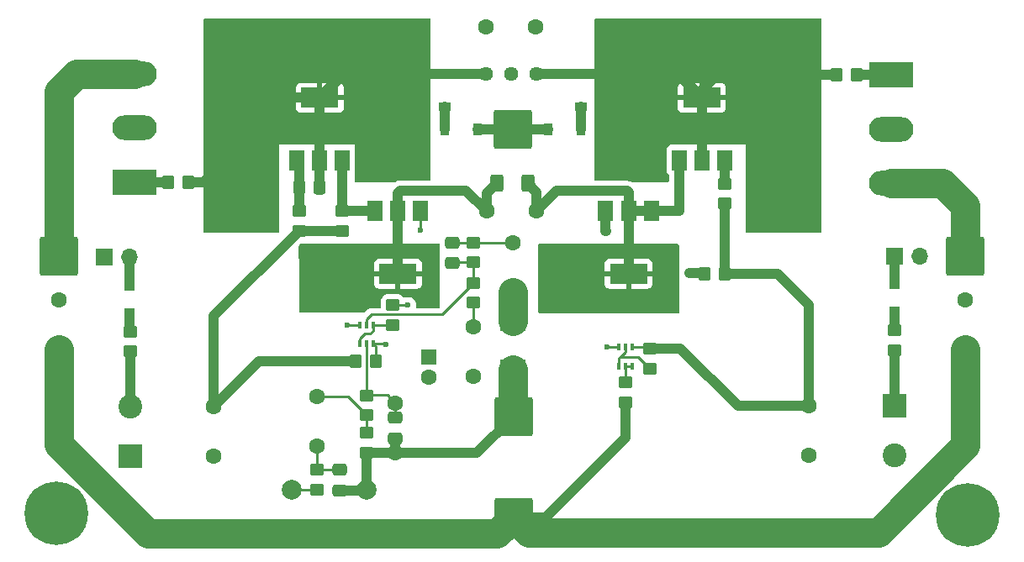
<source format=gbr>
G04 #@! TF.GenerationSoftware,KiCad,Pcbnew,(6.0.2-0)*
G04 #@! TF.CreationDate,2022-02-28T20:29:11+01:00*
G04 #@! TF.ProjectId,amp-mosfet-80w,616d702d-6d6f-4736-9665-742d3830772e,rev?*
G04 #@! TF.SameCoordinates,Original*
G04 #@! TF.FileFunction,Copper,L1,Top*
G04 #@! TF.FilePolarity,Positive*
%FSLAX46Y46*%
G04 Gerber Fmt 4.6, Leading zero omitted, Abs format (unit mm)*
G04 Created by KiCad (PCBNEW (6.0.2-0)) date 2022-02-28 20:29:11*
%MOMM*%
%LPD*%
G01*
G04 APERTURE LIST*
G04 Aperture macros list*
%AMRoundRect*
0 Rectangle with rounded corners*
0 $1 Rounding radius*
0 $2 $3 $4 $5 $6 $7 $8 $9 X,Y pos of 4 corners*
0 Add a 4 corners polygon primitive as box body*
4,1,4,$2,$3,$4,$5,$6,$7,$8,$9,$2,$3,0*
0 Add four circle primitives for the rounded corners*
1,1,$1+$1,$2,$3*
1,1,$1+$1,$4,$5*
1,1,$1+$1,$6,$7*
1,1,$1+$1,$8,$9*
0 Add four rect primitives between the rounded corners*
20,1,$1+$1,$2,$3,$4,$5,0*
20,1,$1+$1,$4,$5,$6,$7,0*
20,1,$1+$1,$6,$7,$8,$9,0*
20,1,$1+$1,$8,$9,$2,$3,0*%
G04 Aperture macros list end*
G04 #@! TA.AperFunction,SMDPad,CuDef*
%ADD10RoundRect,0.249999X0.450001X-0.350001X0.450001X0.350001X-0.450001X0.350001X-0.450001X-0.350001X0*%
G04 #@! TD*
G04 #@! TA.AperFunction,ComponentPad*
%ADD11C,1.600000*%
G04 #@! TD*
G04 #@! TA.AperFunction,ComponentPad*
%ADD12R,1.600000X1.600000*%
G04 #@! TD*
G04 #@! TA.AperFunction,SMDPad,CuDef*
%ADD13RoundRect,0.250000X-0.475000X0.337500X-0.475000X-0.337500X0.475000X-0.337500X0.475000X0.337500X0*%
G04 #@! TD*
G04 #@! TA.AperFunction,SMDPad,CuDef*
%ADD14RoundRect,0.250000X-0.337500X-0.475000X0.337500X-0.475000X0.337500X0.475000X-0.337500X0.475000X0*%
G04 #@! TD*
G04 #@! TA.AperFunction,ComponentPad*
%ADD15R,2.400000X2.400000*%
G04 #@! TD*
G04 #@! TA.AperFunction,ComponentPad*
%ADD16C,2.400000*%
G04 #@! TD*
G04 #@! TA.AperFunction,SMDPad,CuDef*
%ADD17R,1.200000X0.900000*%
G04 #@! TD*
G04 #@! TA.AperFunction,SMDPad,CuDef*
%ADD18R,0.900000X1.200000*%
G04 #@! TD*
G04 #@! TA.AperFunction,SMDPad,CuDef*
%ADD19R,1.100000X1.100000*%
G04 #@! TD*
G04 #@! TA.AperFunction,ComponentPad*
%ADD20C,2.000000*%
G04 #@! TD*
G04 #@! TA.AperFunction,ComponentPad*
%ADD21RoundRect,0.250001X-1.699999X-1.699999X1.699999X-1.699999X1.699999X1.699999X-1.699999X1.699999X0*%
G04 #@! TD*
G04 #@! TA.AperFunction,ComponentPad*
%ADD22R,1.700000X1.700000*%
G04 #@! TD*
G04 #@! TA.AperFunction,ComponentPad*
%ADD23O,1.700000X1.700000*%
G04 #@! TD*
G04 #@! TA.AperFunction,ComponentPad*
%ADD24C,6.400000*%
G04 #@! TD*
G04 #@! TA.AperFunction,ComponentPad*
%ADD25C,0.800000*%
G04 #@! TD*
G04 #@! TA.AperFunction,SMDPad,CuDef*
%ADD26RoundRect,0.249999X-0.450001X0.350001X-0.450001X-0.350001X0.450001X-0.350001X0.450001X0.350001X0*%
G04 #@! TD*
G04 #@! TA.AperFunction,SMDPad,CuDef*
%ADD27RoundRect,0.250000X0.400000X0.625000X-0.400000X0.625000X-0.400000X-0.625000X0.400000X-0.625000X0*%
G04 #@! TD*
G04 #@! TA.AperFunction,SMDPad,CuDef*
%ADD28RoundRect,0.249999X-0.350001X-0.450001X0.350001X-0.450001X0.350001X0.450001X-0.350001X0.450001X0*%
G04 #@! TD*
G04 #@! TA.AperFunction,SMDPad,CuDef*
%ADD29R,2.600000X2.100000*%
G04 #@! TD*
G04 #@! TA.AperFunction,SMDPad,CuDef*
%ADD30RoundRect,0.249999X0.350001X0.450001X-0.350001X0.450001X-0.350001X-0.450001X0.350001X-0.450001X0*%
G04 #@! TD*
G04 #@! TA.AperFunction,SMDPad,CuDef*
%ADD31R,1.500000X2.000000*%
G04 #@! TD*
G04 #@! TA.AperFunction,SMDPad,CuDef*
%ADD32R,3.800000X2.000000*%
G04 #@! TD*
G04 #@! TA.AperFunction,SMDPad,CuDef*
%ADD33R,0.400000X0.650000*%
G04 #@! TD*
G04 #@! TA.AperFunction,ComponentPad*
%ADD34C,1.440000*%
G04 #@! TD*
G04 #@! TA.AperFunction,SMDPad,CuDef*
%ADD35RoundRect,0.250000X-0.450000X0.350000X-0.450000X-0.350000X0.450000X-0.350000X0.450000X0.350000X0*%
G04 #@! TD*
G04 #@! TA.AperFunction,ComponentPad*
%ADD36R,4.500000X2.500000*%
G04 #@! TD*
G04 #@! TA.AperFunction,ComponentPad*
%ADD37O,4.500000X2.500000*%
G04 #@! TD*
G04 #@! TA.AperFunction,ViaPad*
%ADD38C,0.800000*%
G04 #@! TD*
G04 #@! TA.AperFunction,ViaPad*
%ADD39C,0.600000*%
G04 #@! TD*
G04 #@! TA.AperFunction,ViaPad*
%ADD40C,1.000000*%
G04 #@! TD*
G04 #@! TA.AperFunction,Conductor*
%ADD41C,0.250000*%
G04 #@! TD*
G04 #@! TA.AperFunction,Conductor*
%ADD42C,1.000000*%
G04 #@! TD*
G04 #@! TA.AperFunction,Conductor*
%ADD43C,3.000000*%
G04 #@! TD*
G04 APERTURE END LIST*
D10*
X180721000Y-64373000D03*
X180721000Y-62373000D03*
D11*
X139700000Y-83850000D03*
X139700000Y-88850000D03*
X147571000Y-84500500D03*
X147571000Y-89500500D03*
X161798000Y-65151000D03*
X156798000Y-65151000D03*
D12*
X150939500Y-79883000D03*
D11*
X150939500Y-81883000D03*
D13*
X153289000Y-68326000D03*
X153289000Y-70401000D03*
D11*
X155448000Y-76835000D03*
X155448000Y-81835000D03*
D14*
X137879000Y-62738000D03*
X139954000Y-62738000D03*
D11*
X189230000Y-84789000D03*
X189230000Y-89789000D03*
D15*
X197866000Y-84772500D03*
D16*
X197866000Y-89772500D03*
D11*
X159385000Y-68326000D03*
X159385000Y-73326000D03*
D17*
X166243000Y-54608000D03*
X166243000Y-51308000D03*
D18*
X166242000Y-56896000D03*
X162942000Y-56896000D03*
X152528000Y-56896000D03*
X155828000Y-56896000D03*
D17*
X152527000Y-54608000D03*
X152527000Y-51308000D03*
D19*
X197850000Y-75300000D03*
X197850000Y-72500000D03*
D20*
X137093500Y-93200000D03*
X144650000Y-93200000D03*
D21*
X204978000Y-69723000D03*
X159385000Y-56896000D03*
X159448500Y-85852000D03*
X159448500Y-96012000D03*
D22*
X197860000Y-69700000D03*
D23*
X200400000Y-69700000D03*
D24*
X113411000Y-95631000D03*
D25*
X113411000Y-93231000D03*
X113411000Y-98031000D03*
X111713944Y-93933944D03*
X111011000Y-95631000D03*
X115108056Y-93933944D03*
X111713944Y-97328056D03*
X115108056Y-97328056D03*
X115811000Y-95631000D03*
X203534944Y-94060944D03*
X206929056Y-97455056D03*
D24*
X205232000Y-95758000D03*
D25*
X202832000Y-95758000D03*
X205232000Y-98158000D03*
X203534944Y-97455056D03*
X206929056Y-94060944D03*
X205232000Y-93358000D03*
X207632000Y-95758000D03*
D26*
X144650000Y-87503000D03*
X144650000Y-89503000D03*
X144650000Y-83725000D03*
X144650000Y-85725000D03*
X170751500Y-82391500D03*
X170751500Y-84391500D03*
X173228000Y-79010000D03*
X173228000Y-81010000D03*
X147320000Y-74628500D03*
X147320000Y-76628500D03*
D27*
X160909000Y-62357000D03*
X157809000Y-62357000D03*
D26*
X155448000Y-72390000D03*
X155448000Y-74390000D03*
X155448000Y-68326000D03*
X155448000Y-70326000D03*
X142240000Y-65151000D03*
X142240000Y-67151000D03*
D28*
X124714000Y-62230000D03*
X126714000Y-62230000D03*
D10*
X197850000Y-79150000D03*
X197850000Y-77150000D03*
D29*
X159385000Y-76200000D03*
X159385000Y-81100000D03*
D30*
X194024000Y-51435000D03*
X192024000Y-51435000D03*
D11*
X204978000Y-74104500D03*
X204978000Y-79104500D03*
D26*
X120850000Y-77300000D03*
X120850000Y-79300000D03*
D11*
X129286000Y-89836000D03*
X129286000Y-84836000D03*
D15*
X120904000Y-89836000D03*
D16*
X120904000Y-84836000D03*
D30*
X145605500Y-80264000D03*
X143605500Y-80264000D03*
D26*
X137858500Y-65151000D03*
X137858500Y-67151000D03*
D31*
X150128000Y-65151000D03*
D32*
X147828000Y-71451000D03*
D31*
X147828000Y-65151000D03*
X145528000Y-65151000D03*
X173355000Y-65151000D03*
X171055000Y-65151000D03*
D32*
X171055000Y-71451000D03*
D31*
X168755000Y-65151000D03*
X176135000Y-60021000D03*
D32*
X178435000Y-53721000D03*
D31*
X178435000Y-60021000D03*
X180735000Y-60021000D03*
X137654000Y-60021000D03*
D32*
X139954000Y-53721000D03*
D31*
X139954000Y-60021000D03*
X142254000Y-60021000D03*
D33*
X144005500Y-78532000D03*
X144655500Y-78532000D03*
X145305500Y-78532000D03*
X145305500Y-76632000D03*
X144655500Y-76632000D03*
X144005500Y-76632000D03*
X170101500Y-80769500D03*
X170751500Y-80769500D03*
X171401500Y-80769500D03*
X171401500Y-78869500D03*
X170751500Y-78869500D03*
X170101500Y-78869500D03*
D21*
X113665000Y-69723000D03*
D22*
X118250000Y-69750000D03*
D23*
X120790000Y-69750000D03*
D11*
X113665000Y-79104500D03*
X113665000Y-74104500D03*
D19*
X120800000Y-72650000D03*
X120800000Y-75450000D03*
D11*
X156718000Y-46609000D03*
X161718000Y-46609000D03*
D34*
X161798000Y-51308000D03*
X159258000Y-51308000D03*
X156718000Y-51308000D03*
D30*
X180721000Y-71437500D03*
X178721000Y-71437500D03*
D13*
X147553500Y-85979000D03*
X147553500Y-88054000D03*
X142000000Y-91212500D03*
X142000000Y-93287500D03*
D35*
X139700000Y-91200000D03*
X139700000Y-93200000D03*
D36*
X121285000Y-62230000D03*
D37*
X121285000Y-56780000D03*
X121285000Y-51330000D03*
D36*
X197485000Y-51435000D03*
D37*
X197485000Y-56885000D03*
X197485000Y-62335000D03*
D38*
X137858500Y-64008000D03*
D39*
X142748000Y-76644500D03*
X146621500Y-78549500D03*
X150114000Y-67056000D03*
X168846500Y-78867000D03*
X148844000Y-74612500D03*
D40*
X168783000Y-67183000D03*
X177165000Y-71374000D03*
D41*
X139700000Y-91200000D02*
X139700000Y-88850000D01*
X142000000Y-91212500D02*
X139712500Y-91212500D01*
X142775000Y-83850000D02*
X139700000Y-83850000D01*
X144650000Y-85725000D02*
X142775000Y-83850000D01*
X144650000Y-87503000D02*
X144650000Y-85725000D01*
D42*
X147571000Y-89500500D02*
X147571000Y-88071500D01*
D43*
X196201998Y-97536000D02*
X160972500Y-97536000D01*
D42*
X144650000Y-93200000D02*
X144650000Y-89503000D01*
X162687000Y-96012000D02*
X170751500Y-87947500D01*
D43*
X122695002Y-97663000D02*
X157797500Y-97663000D01*
X113665000Y-79104500D02*
X113665000Y-88632998D01*
D42*
X159448500Y-96012000D02*
X162687000Y-96012000D01*
X142000000Y-93287500D02*
X144562500Y-93287500D01*
D43*
X160972500Y-97536000D02*
X159448500Y-96012000D01*
D42*
X155800000Y-89500500D02*
X159448500Y-85852000D01*
X170751500Y-87947500D02*
X170751500Y-84391500D01*
X147571000Y-89500500D02*
X155800000Y-89500500D01*
D43*
X159385000Y-81100000D02*
X159385000Y-85788500D01*
X204978000Y-88759998D02*
X196201998Y-97536000D01*
D42*
X144650000Y-89503000D02*
X147568500Y-89503000D01*
D43*
X113665000Y-88632998D02*
X122695002Y-97663000D01*
X204978000Y-79104500D02*
X204978000Y-88759998D01*
X157797500Y-97663000D02*
X159448500Y-96012000D01*
D41*
X144650000Y-80145000D02*
X144655500Y-80139500D01*
X146763500Y-83693000D02*
X144682000Y-83693000D01*
X147553500Y-85979000D02*
X147553500Y-84518000D01*
X144650000Y-83725000D02*
X144650000Y-80145000D01*
X147571000Y-84500500D02*
X146763500Y-83693000D01*
X144655500Y-78532000D02*
X144655500Y-80139500D01*
D42*
X163830000Y-63119000D02*
X170942000Y-63119000D01*
X171055000Y-63232000D02*
X171055000Y-65151000D01*
X176149000Y-65151000D02*
X176135000Y-65137000D01*
X170942000Y-63119000D02*
X171055000Y-63232000D01*
X176135000Y-65137000D02*
X176135000Y-60021000D01*
X161798000Y-65151000D02*
X161798000Y-63246000D01*
X161798000Y-63246000D02*
X160909000Y-62357000D01*
X171055000Y-71451000D02*
X171055000Y-65151000D01*
X171055000Y-65151000D02*
X173355000Y-65151000D01*
X173355000Y-65151000D02*
X176149000Y-65151000D01*
X161798000Y-65151000D02*
X163830000Y-63119000D01*
X156798000Y-65151000D02*
X156798000Y-63368000D01*
X148082000Y-63055500D02*
X147828000Y-63309500D01*
X147828000Y-63309500D02*
X147828000Y-65151000D01*
X154702500Y-63055500D02*
X148082000Y-63055500D01*
X147828000Y-65151000D02*
X147828000Y-71451000D01*
X156798000Y-63368000D02*
X157809000Y-62357000D01*
X156798000Y-65151000D02*
X154702500Y-63055500D01*
D41*
X155448000Y-76835000D02*
X155448000Y-74390000D01*
X155448000Y-72390000D02*
X155448000Y-70326000D01*
X144655500Y-76632000D02*
X144655500Y-76057000D01*
X152284490Y-75553510D02*
X155448000Y-72390000D01*
X145158990Y-75553510D02*
X152284490Y-75553510D01*
X155448000Y-70326000D02*
X153364000Y-70326000D01*
X144655500Y-76057000D02*
X145158990Y-75553510D01*
D42*
X162942000Y-56896000D02*
X159385000Y-56896000D01*
X155828000Y-56896000D02*
X159385000Y-56896000D01*
D41*
X159385000Y-68326000D02*
X155448000Y-68326000D01*
X155448000Y-68326000D02*
X153289000Y-68326000D01*
D42*
X178435000Y-60021000D02*
X178435000Y-53721000D01*
X178435000Y-52959000D02*
X178435000Y-53721000D01*
X179959000Y-51435000D02*
X178435000Y-52959000D01*
X166243000Y-51308000D02*
X176022000Y-51308000D01*
X192024000Y-51435000D02*
X179959000Y-51435000D01*
X166243000Y-51308000D02*
X161798000Y-51308000D01*
X176022000Y-51308000D02*
X178435000Y-53721000D01*
X128270000Y-62230000D02*
X126714000Y-62230000D01*
X139954000Y-60021000D02*
X139954000Y-53721000D01*
X139954000Y-62738000D02*
X139954000Y-60021000D01*
X156718000Y-51308000D02*
X152527000Y-51308000D01*
X136779000Y-53721000D02*
X128270000Y-62230000D01*
X152527000Y-51308000D02*
X142367000Y-51308000D01*
X142367000Y-51308000D02*
X139954000Y-53721000D01*
X139954000Y-53721000D02*
X136779000Y-53721000D01*
X137858500Y-64008000D02*
X137858500Y-62758500D01*
D41*
X144005500Y-76632000D02*
X142760500Y-76632000D01*
D42*
X137858500Y-65151000D02*
X137858500Y-64008000D01*
X137879000Y-62738000D02*
X137879000Y-60246000D01*
D41*
X142760500Y-76632000D02*
X142748000Y-76644500D01*
X171401500Y-78869500D02*
X173087500Y-78869500D01*
D42*
X197850000Y-79150000D02*
X197850000Y-84756500D01*
X189230000Y-74612500D02*
X186055000Y-71437500D01*
X186055000Y-71437500D02*
X180721000Y-71437500D01*
X182071000Y-84789000D02*
X176276000Y-78994000D01*
X189230000Y-84789000D02*
X189230000Y-74612500D01*
X189230000Y-84789000D02*
X182071000Y-84789000D01*
X176276000Y-78994000D02*
X173244000Y-78994000D01*
X180721000Y-71437500D02*
X180721000Y-64373000D01*
X129286000Y-84836000D02*
X129286000Y-75723500D01*
X133858000Y-80264000D02*
X129286000Y-84836000D01*
X137858500Y-67151000D02*
X142240000Y-67151000D01*
X129286000Y-75723500D02*
X137858500Y-67151000D01*
X143605500Y-80264000D02*
X133858000Y-80264000D01*
X120850000Y-79300000D02*
X120850000Y-84782000D01*
D43*
X159385000Y-73326000D02*
X159385000Y-76200000D01*
D41*
X137093500Y-93200000D02*
X139700000Y-93200000D01*
D42*
X166243000Y-56895000D02*
X166242000Y-56896000D01*
X166243000Y-54608000D02*
X166243000Y-56895000D01*
X152528000Y-56896000D02*
X152528000Y-54609000D01*
X152528000Y-54609000D02*
X152527000Y-54608000D01*
X197860000Y-69700000D02*
X197860000Y-72490000D01*
X197850000Y-75300000D02*
X197850000Y-77150000D01*
X120800000Y-75450000D02*
X120800000Y-77250000D01*
X120790000Y-69750000D02*
X120790000Y-72640000D01*
D41*
X145305500Y-78532000D02*
X146604000Y-78532000D01*
X145605500Y-80264000D02*
X145605500Y-78832000D01*
X145605500Y-78832000D02*
X145305500Y-78532000D01*
X146604000Y-78532000D02*
X146621500Y-78549500D01*
X150114000Y-67056000D02*
X150114000Y-65165000D01*
D42*
X121285000Y-62230000D02*
X124714000Y-62230000D01*
D43*
X204978000Y-64643000D02*
X202670000Y-62335000D01*
X204978000Y-69723000D02*
X204978000Y-64643000D01*
X202670000Y-62335000D02*
X197485000Y-62335000D01*
X113665000Y-69723000D02*
X113665000Y-53086000D01*
X113665000Y-53086000D02*
X115443000Y-51308000D01*
X115465000Y-51330000D02*
X121285000Y-51330000D01*
X115443000Y-51308000D02*
X115465000Y-51330000D01*
D41*
X145305500Y-77207000D02*
X145042500Y-77470000D01*
X145305500Y-76632000D02*
X145305500Y-77207000D01*
X145305500Y-76632000D02*
X147316500Y-76632000D01*
X144005500Y-77957000D02*
X144005500Y-78532000D01*
X144492500Y-77470000D02*
X144005500Y-77957000D01*
X145042500Y-77470000D02*
X144492500Y-77470000D01*
X147320000Y-74628500D02*
X148828000Y-74628500D01*
X170101500Y-78869500D02*
X168849000Y-78869500D01*
X148828000Y-74628500D02*
X148844000Y-74612500D01*
X168849000Y-78869500D02*
X168846500Y-78867000D01*
D42*
X145528000Y-65151000D02*
X142240000Y-65151000D01*
X142240000Y-65151000D02*
X142240000Y-60035000D01*
X177165000Y-71374000D02*
X178657500Y-71374000D01*
X168755000Y-67155000D02*
X168783000Y-67183000D01*
X168755000Y-65151000D02*
X168755000Y-67155000D01*
X180721000Y-62373000D02*
X180721000Y-60035000D01*
D41*
X170751500Y-82391500D02*
X170751500Y-80769500D01*
X170751500Y-80769500D02*
X171401500Y-80769500D01*
X173228000Y-81010000D02*
X172046501Y-79828501D01*
X170751500Y-79329502D02*
X170751500Y-78869500D01*
X172046501Y-79828501D02*
X170252501Y-79828501D01*
X170101500Y-80769500D02*
X170101500Y-79979502D01*
X170101500Y-79979502D02*
X170252501Y-79828501D01*
X170252501Y-79828501D02*
X170751500Y-79329502D01*
D42*
X197485000Y-51435000D02*
X194024000Y-51435000D01*
G04 #@! TA.AperFunction,Conductor*
G36*
X151961822Y-68409502D02*
G01*
X152008315Y-68463158D01*
X152019699Y-68514796D01*
X152032012Y-70722373D01*
X152054719Y-74793307D01*
X152035097Y-74861538D01*
X151981702Y-74908330D01*
X151928721Y-74920010D01*
X149762221Y-74920010D01*
X149694100Y-74900008D01*
X149647607Y-74846352D01*
X149637447Y-74776475D01*
X149656748Y-74639142D01*
X149656749Y-74639132D01*
X149657299Y-74635217D01*
X149657616Y-74612500D01*
X149637397Y-74432245D01*
X149577745Y-74260948D01*
X149555221Y-74224901D01*
X149485359Y-74113098D01*
X149481626Y-74107124D01*
X149476664Y-74102127D01*
X149358778Y-73983415D01*
X149358774Y-73983412D01*
X149353815Y-73978418D01*
X149200666Y-73881227D01*
X149162776Y-73867735D01*
X149036425Y-73822743D01*
X149036420Y-73822742D01*
X149029790Y-73820381D01*
X149022802Y-73819548D01*
X149022799Y-73819547D01*
X148893682Y-73804151D01*
X148849680Y-73798904D01*
X148842677Y-73799640D01*
X148842676Y-73799640D01*
X148676288Y-73817128D01*
X148676286Y-73817129D01*
X148669288Y-73817864D01*
X148522791Y-73867735D01*
X148451861Y-73870753D01*
X148390557Y-73834943D01*
X148375042Y-73814757D01*
X148372331Y-73810376D01*
X148368479Y-73804151D01*
X148243303Y-73679194D01*
X148092739Y-73586385D01*
X147932264Y-73533158D01*
X147931390Y-73532868D01*
X147931388Y-73532868D01*
X147924862Y-73530703D01*
X147918026Y-73530003D01*
X147918023Y-73530002D01*
X147874970Y-73525591D01*
X147820401Y-73520000D01*
X147323859Y-73520000D01*
X146819600Y-73520001D01*
X146713833Y-73530974D01*
X146707286Y-73533158D01*
X146707287Y-73533158D01*
X146552998Y-73584633D01*
X146552996Y-73584634D01*
X146546054Y-73586950D01*
X146395651Y-73680021D01*
X146270694Y-73805197D01*
X146177885Y-73955761D01*
X146122203Y-74123638D01*
X146111500Y-74228099D01*
X146111500Y-74231316D01*
X146111501Y-74794010D01*
X146091499Y-74862131D01*
X146037843Y-74908624D01*
X145985501Y-74920010D01*
X145237753Y-74920010D01*
X145226569Y-74919483D01*
X145219081Y-74917809D01*
X145211158Y-74918058D01*
X145151023Y-74919948D01*
X145147065Y-74920010D01*
X145119134Y-74920010D01*
X145115219Y-74920505D01*
X145115215Y-74920505D01*
X145115157Y-74920513D01*
X145115128Y-74920516D01*
X145103286Y-74921449D01*
X145059100Y-74922837D01*
X145041734Y-74927882D01*
X145039648Y-74928488D01*
X145020296Y-74932496D01*
X145008058Y-74934042D01*
X145008056Y-74934043D01*
X145000193Y-74935036D01*
X144959076Y-74951316D01*
X144947875Y-74955151D01*
X144905396Y-74967492D01*
X144898577Y-74971525D01*
X144898572Y-74971527D01*
X144887961Y-74977803D01*
X144870211Y-74986500D01*
X144851373Y-74993958D01*
X144844957Y-74998619D01*
X144844956Y-74998620D01*
X144815615Y-75019938D01*
X144805691Y-75026457D01*
X144774450Y-75044932D01*
X144774445Y-75044936D01*
X144767627Y-75048968D01*
X144753303Y-75063292D01*
X144738271Y-75076131D01*
X144721883Y-75088038D01*
X144693702Y-75122103D01*
X144685712Y-75130883D01*
X144479000Y-75337595D01*
X144416688Y-75371621D01*
X144389905Y-75374500D01*
X138003280Y-75374500D01*
X137935159Y-75354498D01*
X137888666Y-75300842D01*
X137877282Y-75249203D01*
X137876245Y-75063292D01*
X137861924Y-72495669D01*
X145420001Y-72495669D01*
X145420371Y-72502490D01*
X145425895Y-72553352D01*
X145429521Y-72568604D01*
X145474676Y-72689054D01*
X145483214Y-72704649D01*
X145559715Y-72806724D01*
X145572276Y-72819285D01*
X145674351Y-72895786D01*
X145689946Y-72904324D01*
X145810394Y-72949478D01*
X145825649Y-72953105D01*
X145876514Y-72958631D01*
X145883328Y-72959000D01*
X147555885Y-72959000D01*
X147571124Y-72954525D01*
X147572329Y-72953135D01*
X147574000Y-72945452D01*
X147574000Y-72940884D01*
X148082000Y-72940884D01*
X148086475Y-72956123D01*
X148087865Y-72957328D01*
X148095548Y-72958999D01*
X149772669Y-72958999D01*
X149779490Y-72958629D01*
X149830352Y-72953105D01*
X149845604Y-72949479D01*
X149966054Y-72904324D01*
X149981649Y-72895786D01*
X150083724Y-72819285D01*
X150096285Y-72806724D01*
X150172786Y-72704649D01*
X150181324Y-72689054D01*
X150226478Y-72568606D01*
X150230105Y-72553351D01*
X150235631Y-72502486D01*
X150236000Y-72495672D01*
X150236000Y-71723115D01*
X150231525Y-71707876D01*
X150230135Y-71706671D01*
X150222452Y-71705000D01*
X148100115Y-71705000D01*
X148084876Y-71709475D01*
X148083671Y-71710865D01*
X148082000Y-71718548D01*
X148082000Y-72940884D01*
X147574000Y-72940884D01*
X147574000Y-71723115D01*
X147569525Y-71707876D01*
X147568135Y-71706671D01*
X147560452Y-71705000D01*
X145438116Y-71705000D01*
X145422877Y-71709475D01*
X145421672Y-71710865D01*
X145420001Y-71718548D01*
X145420001Y-72495669D01*
X137861924Y-72495669D01*
X137854579Y-71178885D01*
X145420000Y-71178885D01*
X145424475Y-71194124D01*
X145425865Y-71195329D01*
X145433548Y-71197000D01*
X147555885Y-71197000D01*
X147571124Y-71192525D01*
X147572329Y-71191135D01*
X147574000Y-71183452D01*
X147574000Y-71178885D01*
X148082000Y-71178885D01*
X148086475Y-71194124D01*
X148087865Y-71195329D01*
X148095548Y-71197000D01*
X150217884Y-71197000D01*
X150233123Y-71192525D01*
X150234328Y-71191135D01*
X150235999Y-71183452D01*
X150235999Y-70406331D01*
X150235629Y-70399510D01*
X150230105Y-70348648D01*
X150226479Y-70333396D01*
X150181324Y-70212946D01*
X150172786Y-70197351D01*
X150096285Y-70095276D01*
X150083724Y-70082715D01*
X149981649Y-70006214D01*
X149966054Y-69997676D01*
X149845606Y-69952522D01*
X149830351Y-69948895D01*
X149779486Y-69943369D01*
X149772672Y-69943000D01*
X148100115Y-69943000D01*
X148084876Y-69947475D01*
X148083671Y-69948865D01*
X148082000Y-69956548D01*
X148082000Y-71178885D01*
X147574000Y-71178885D01*
X147574000Y-69961116D01*
X147569525Y-69945877D01*
X147568135Y-69944672D01*
X147560452Y-69943001D01*
X145883331Y-69943001D01*
X145876510Y-69943371D01*
X145825648Y-69948895D01*
X145810396Y-69952521D01*
X145689946Y-69997676D01*
X145674351Y-70006214D01*
X145572276Y-70082715D01*
X145559715Y-70095276D01*
X145483214Y-70197351D01*
X145474676Y-70212946D01*
X145429522Y-70333394D01*
X145425895Y-70348649D01*
X145420369Y-70399514D01*
X145420000Y-70406328D01*
X145420000Y-71178885D01*
X137854579Y-71178885D01*
X137840463Y-68648164D01*
X137860084Y-68579936D01*
X137877365Y-68558369D01*
X138009329Y-68426405D01*
X138071641Y-68392379D01*
X138098424Y-68389500D01*
X151893701Y-68389500D01*
X151961822Y-68409502D01*
G37*
G04 #@! TD.AperFunction*
G04 #@! TA.AperFunction,Conductor*
G36*
X190442121Y-45740002D02*
G01*
X190488614Y-45793658D01*
X190500000Y-45846000D01*
X190500000Y-67184000D01*
X190479998Y-67252121D01*
X190426342Y-67298614D01*
X190374000Y-67310000D01*
X183006000Y-67310000D01*
X182937879Y-67289998D01*
X182891386Y-67236342D01*
X182880000Y-67184000D01*
X182880000Y-58420000D01*
X175260000Y-58420000D01*
X175260000Y-58437432D01*
X175239998Y-58505553D01*
X175186342Y-58552046D01*
X175178240Y-58555410D01*
X175138295Y-58570385D01*
X175131116Y-58575765D01*
X175131113Y-58575767D01*
X175045433Y-58639981D01*
X175021739Y-58657739D01*
X174934385Y-58774295D01*
X174883255Y-58910684D01*
X174876500Y-58972866D01*
X174876500Y-61069134D01*
X174883255Y-61131316D01*
X174934385Y-61267705D01*
X175021739Y-61384261D01*
X175028919Y-61389642D01*
X175076065Y-61424976D01*
X175118580Y-61481835D01*
X175126500Y-61525802D01*
X175126500Y-62104000D01*
X175106498Y-62172121D01*
X175052842Y-62218614D01*
X175000500Y-62230000D01*
X171450751Y-62230000D01*
X171390051Y-62214415D01*
X171346619Y-62190538D01*
X171346611Y-62190535D01*
X171341213Y-62187567D01*
X171336131Y-62185955D01*
X171331437Y-62183438D01*
X171242469Y-62156238D01*
X171241441Y-62155918D01*
X171152694Y-62127765D01*
X171147398Y-62127171D01*
X171142302Y-62125613D01*
X171049743Y-62116210D01*
X171048607Y-62116089D01*
X171014992Y-62112319D01*
X171002270Y-62110892D01*
X171002266Y-62110892D01*
X170998773Y-62110500D01*
X170995246Y-62110500D01*
X170994261Y-62110445D01*
X170988581Y-62109998D01*
X170959175Y-62107011D01*
X170951663Y-62106248D01*
X170951661Y-62106248D01*
X170945538Y-62105626D01*
X170903259Y-62109623D01*
X170899891Y-62109941D01*
X170888033Y-62110500D01*
X167766000Y-62110500D01*
X167697879Y-62090498D01*
X167651386Y-62036842D01*
X167640000Y-61984500D01*
X167640000Y-54765669D01*
X176027001Y-54765669D01*
X176027371Y-54772490D01*
X176032895Y-54823352D01*
X176036521Y-54838604D01*
X176081676Y-54959054D01*
X176090214Y-54974649D01*
X176166715Y-55076724D01*
X176179276Y-55089285D01*
X176281351Y-55165786D01*
X176296946Y-55174324D01*
X176417394Y-55219478D01*
X176432649Y-55223105D01*
X176483514Y-55228631D01*
X176490328Y-55229000D01*
X178162885Y-55229000D01*
X178178124Y-55224525D01*
X178179329Y-55223135D01*
X178181000Y-55215452D01*
X178181000Y-55210884D01*
X178689000Y-55210884D01*
X178693475Y-55226123D01*
X178694865Y-55227328D01*
X178702548Y-55228999D01*
X180379669Y-55228999D01*
X180386490Y-55228629D01*
X180437352Y-55223105D01*
X180452604Y-55219479D01*
X180573054Y-55174324D01*
X180588649Y-55165786D01*
X180690724Y-55089285D01*
X180703285Y-55076724D01*
X180779786Y-54974649D01*
X180788324Y-54959054D01*
X180833478Y-54838606D01*
X180837105Y-54823351D01*
X180842631Y-54772486D01*
X180843000Y-54765672D01*
X180843000Y-53993115D01*
X180838525Y-53977876D01*
X180837135Y-53976671D01*
X180829452Y-53975000D01*
X178707115Y-53975000D01*
X178691876Y-53979475D01*
X178690671Y-53980865D01*
X178689000Y-53988548D01*
X178689000Y-55210884D01*
X178181000Y-55210884D01*
X178181000Y-53993115D01*
X178176525Y-53977876D01*
X178175135Y-53976671D01*
X178167452Y-53975000D01*
X176045116Y-53975000D01*
X176029877Y-53979475D01*
X176028672Y-53980865D01*
X176027001Y-53988548D01*
X176027001Y-54765669D01*
X167640000Y-54765669D01*
X167640000Y-53448885D01*
X176027000Y-53448885D01*
X176031475Y-53464124D01*
X176032865Y-53465329D01*
X176040548Y-53467000D01*
X178162885Y-53467000D01*
X178178124Y-53462525D01*
X178179329Y-53461135D01*
X178181000Y-53453452D01*
X178181000Y-53448885D01*
X178689000Y-53448885D01*
X178693475Y-53464124D01*
X178694865Y-53465329D01*
X178702548Y-53467000D01*
X180824884Y-53467000D01*
X180840123Y-53462525D01*
X180841328Y-53461135D01*
X180842999Y-53453452D01*
X180842999Y-52676331D01*
X180842629Y-52669510D01*
X180837105Y-52618648D01*
X180833479Y-52603396D01*
X180788324Y-52482946D01*
X180779786Y-52467351D01*
X180703285Y-52365276D01*
X180690724Y-52352715D01*
X180588649Y-52276214D01*
X180573054Y-52267676D01*
X180452606Y-52222522D01*
X180437351Y-52218895D01*
X180386486Y-52213369D01*
X180379672Y-52213000D01*
X178707115Y-52213000D01*
X178691876Y-52217475D01*
X178690671Y-52218865D01*
X178689000Y-52226548D01*
X178689000Y-53448885D01*
X178181000Y-53448885D01*
X178181000Y-52231116D01*
X178176525Y-52215877D01*
X178175135Y-52214672D01*
X178167452Y-52213001D01*
X176490331Y-52213001D01*
X176483510Y-52213371D01*
X176432648Y-52218895D01*
X176417396Y-52222521D01*
X176296946Y-52267676D01*
X176281351Y-52276214D01*
X176179276Y-52352715D01*
X176166715Y-52365276D01*
X176090214Y-52467351D01*
X176081676Y-52482946D01*
X176036522Y-52603394D01*
X176032895Y-52618649D01*
X176027369Y-52669514D01*
X176027000Y-52676328D01*
X176027000Y-53448885D01*
X167640000Y-53448885D01*
X167640000Y-45846000D01*
X167660002Y-45777879D01*
X167713658Y-45731386D01*
X167766000Y-45720000D01*
X190374000Y-45720000D01*
X190442121Y-45740002D01*
G37*
G04 #@! TD.AperFunction*
G04 #@! TA.AperFunction,Conductor*
G36*
X176066320Y-68473002D02*
G01*
X176112813Y-68526658D01*
X176124197Y-68578296D01*
X176134072Y-70348648D01*
X176161752Y-75311297D01*
X176142130Y-75379528D01*
X176088735Y-75426320D01*
X176035754Y-75438000D01*
X162107778Y-75438000D01*
X162039657Y-75417998D01*
X161993164Y-75364342D01*
X161981780Y-75312703D01*
X161966068Y-72495669D01*
X168647001Y-72495669D01*
X168647371Y-72502490D01*
X168652895Y-72553352D01*
X168656521Y-72568604D01*
X168701676Y-72689054D01*
X168710214Y-72704649D01*
X168786715Y-72806724D01*
X168799276Y-72819285D01*
X168901351Y-72895786D01*
X168916946Y-72904324D01*
X169037394Y-72949478D01*
X169052649Y-72953105D01*
X169103514Y-72958631D01*
X169110328Y-72959000D01*
X170782885Y-72959000D01*
X170798124Y-72954525D01*
X170799329Y-72953135D01*
X170801000Y-72945452D01*
X170801000Y-72940884D01*
X171309000Y-72940884D01*
X171313475Y-72956123D01*
X171314865Y-72957328D01*
X171322548Y-72958999D01*
X172999669Y-72958999D01*
X173006490Y-72958629D01*
X173057352Y-72953105D01*
X173072604Y-72949479D01*
X173193054Y-72904324D01*
X173208649Y-72895786D01*
X173310724Y-72819285D01*
X173323285Y-72806724D01*
X173399786Y-72704649D01*
X173408324Y-72689054D01*
X173453478Y-72568606D01*
X173457105Y-72553351D01*
X173462631Y-72502486D01*
X173463000Y-72495672D01*
X173463000Y-71723115D01*
X173458525Y-71707876D01*
X173457135Y-71706671D01*
X173449452Y-71705000D01*
X171327115Y-71705000D01*
X171311876Y-71709475D01*
X171310671Y-71710865D01*
X171309000Y-71718548D01*
X171309000Y-72940884D01*
X170801000Y-72940884D01*
X170801000Y-71723115D01*
X170796525Y-71707876D01*
X170795135Y-71706671D01*
X170787452Y-71705000D01*
X168665116Y-71705000D01*
X168649877Y-71709475D01*
X168648672Y-71710865D01*
X168647001Y-71718548D01*
X168647001Y-72495669D01*
X161966068Y-72495669D01*
X161958723Y-71178885D01*
X168647000Y-71178885D01*
X168651475Y-71194124D01*
X168652865Y-71195329D01*
X168660548Y-71197000D01*
X170782885Y-71197000D01*
X170798124Y-71192525D01*
X170799329Y-71191135D01*
X170801000Y-71183452D01*
X170801000Y-71178885D01*
X171309000Y-71178885D01*
X171313475Y-71194124D01*
X171314865Y-71195329D01*
X171322548Y-71197000D01*
X173444884Y-71197000D01*
X173460123Y-71192525D01*
X173461328Y-71191135D01*
X173462999Y-71183452D01*
X173462999Y-70406331D01*
X173462629Y-70399510D01*
X173457105Y-70348648D01*
X173453479Y-70333396D01*
X173408324Y-70212946D01*
X173399786Y-70197351D01*
X173323285Y-70095276D01*
X173310724Y-70082715D01*
X173208649Y-70006214D01*
X173193054Y-69997676D01*
X173072606Y-69952522D01*
X173057351Y-69948895D01*
X173006486Y-69943369D01*
X172999672Y-69943000D01*
X171327115Y-69943000D01*
X171311876Y-69947475D01*
X171310671Y-69948865D01*
X171309000Y-69956548D01*
X171309000Y-71178885D01*
X170801000Y-71178885D01*
X170801000Y-69961116D01*
X170796525Y-69945877D01*
X170795135Y-69944672D01*
X170787452Y-69943001D01*
X169110331Y-69943001D01*
X169103510Y-69943371D01*
X169052648Y-69948895D01*
X169037396Y-69952521D01*
X168916946Y-69997676D01*
X168901351Y-70006214D01*
X168799276Y-70082715D01*
X168786715Y-70095276D01*
X168710214Y-70197351D01*
X168701676Y-70212946D01*
X168656522Y-70333394D01*
X168652895Y-70348649D01*
X168647369Y-70399514D01*
X168647000Y-70406328D01*
X168647000Y-71178885D01*
X161958723Y-71178885D01*
X161944225Y-68579703D01*
X161963847Y-68511472D01*
X162017242Y-68464680D01*
X162070223Y-68453000D01*
X175998199Y-68453000D01*
X176066320Y-68473002D01*
G37*
G04 #@! TD.AperFunction*
G04 #@! TA.AperFunction,Conductor*
G36*
X151072121Y-45740002D02*
G01*
X151118614Y-45793658D01*
X151130000Y-45846000D01*
X151130000Y-61921000D01*
X151109998Y-61989121D01*
X151056342Y-62035614D01*
X151004000Y-62047000D01*
X148143842Y-62047000D01*
X148130235Y-62046263D01*
X148098737Y-62042841D01*
X148098732Y-62042841D01*
X148092611Y-62042176D01*
X148074611Y-62043751D01*
X148042609Y-62046550D01*
X148037784Y-62046879D01*
X148035313Y-62047000D01*
X148032231Y-62047000D01*
X148009763Y-62049203D01*
X147989489Y-62051191D01*
X147988174Y-62051313D01*
X147955913Y-62054136D01*
X147895587Y-62059413D01*
X147890468Y-62060900D01*
X147885167Y-62061420D01*
X147796194Y-62088282D01*
X147795054Y-62088620D01*
X147705663Y-62114591D01*
X147700929Y-62117045D01*
X147695831Y-62118584D01*
X147690387Y-62121478D01*
X147690386Y-62121479D01*
X147613831Y-62162184D01*
X147612663Y-62162798D01*
X147530074Y-62205608D01*
X147525911Y-62208931D01*
X147524007Y-62209944D01*
X147523590Y-62210067D01*
X147521881Y-62211074D01*
X147521204Y-62211434D01*
X147520901Y-62210864D01*
X147456294Y-62230000D01*
X143636000Y-62230000D01*
X143567879Y-62209998D01*
X143521386Y-62156342D01*
X143510000Y-62104000D01*
X143510000Y-61098971D01*
X143510737Y-61085363D01*
X143512131Y-61072531D01*
X143512500Y-61069134D01*
X143512500Y-58972866D01*
X143510737Y-58956637D01*
X143510000Y-58943029D01*
X143510000Y-58420000D01*
X135890000Y-58420000D01*
X135890000Y-67184000D01*
X135869998Y-67252121D01*
X135816342Y-67298614D01*
X135764000Y-67310000D01*
X128396000Y-67310000D01*
X128327879Y-67289998D01*
X128281386Y-67236342D01*
X128270000Y-67184000D01*
X128270000Y-54765669D01*
X137546001Y-54765669D01*
X137546371Y-54772490D01*
X137551895Y-54823352D01*
X137555521Y-54838604D01*
X137600676Y-54959054D01*
X137609214Y-54974649D01*
X137685715Y-55076724D01*
X137698276Y-55089285D01*
X137800351Y-55165786D01*
X137815946Y-55174324D01*
X137936394Y-55219478D01*
X137951649Y-55223105D01*
X138002514Y-55228631D01*
X138009328Y-55229000D01*
X139681885Y-55229000D01*
X139697124Y-55224525D01*
X139698329Y-55223135D01*
X139700000Y-55215452D01*
X139700000Y-55210884D01*
X140208000Y-55210884D01*
X140212475Y-55226123D01*
X140213865Y-55227328D01*
X140221548Y-55228999D01*
X141898669Y-55228999D01*
X141905490Y-55228629D01*
X141956352Y-55223105D01*
X141971604Y-55219479D01*
X142092054Y-55174324D01*
X142107649Y-55165786D01*
X142209724Y-55089285D01*
X142222285Y-55076724D01*
X142298786Y-54974649D01*
X142307324Y-54959054D01*
X142352478Y-54838606D01*
X142356105Y-54823351D01*
X142361631Y-54772486D01*
X142362000Y-54765672D01*
X142362000Y-53993115D01*
X142357525Y-53977876D01*
X142356135Y-53976671D01*
X142348452Y-53975000D01*
X140226115Y-53975000D01*
X140210876Y-53979475D01*
X140209671Y-53980865D01*
X140208000Y-53988548D01*
X140208000Y-55210884D01*
X139700000Y-55210884D01*
X139700000Y-53993115D01*
X139695525Y-53977876D01*
X139694135Y-53976671D01*
X139686452Y-53975000D01*
X137564116Y-53975000D01*
X137548877Y-53979475D01*
X137547672Y-53980865D01*
X137546001Y-53988548D01*
X137546001Y-54765669D01*
X128270000Y-54765669D01*
X128270000Y-53448885D01*
X137546000Y-53448885D01*
X137550475Y-53464124D01*
X137551865Y-53465329D01*
X137559548Y-53467000D01*
X139681885Y-53467000D01*
X139697124Y-53462525D01*
X139698329Y-53461135D01*
X139700000Y-53453452D01*
X139700000Y-53448885D01*
X140208000Y-53448885D01*
X140212475Y-53464124D01*
X140213865Y-53465329D01*
X140221548Y-53467000D01*
X142343884Y-53467000D01*
X142359123Y-53462525D01*
X142360328Y-53461135D01*
X142361999Y-53453452D01*
X142361999Y-52676331D01*
X142361629Y-52669510D01*
X142356105Y-52618648D01*
X142352479Y-52603396D01*
X142307324Y-52482946D01*
X142298786Y-52467351D01*
X142222285Y-52365276D01*
X142209724Y-52352715D01*
X142107649Y-52276214D01*
X142092054Y-52267676D01*
X141971606Y-52222522D01*
X141956351Y-52218895D01*
X141905486Y-52213369D01*
X141898672Y-52213000D01*
X140226115Y-52213000D01*
X140210876Y-52217475D01*
X140209671Y-52218865D01*
X140208000Y-52226548D01*
X140208000Y-53448885D01*
X139700000Y-53448885D01*
X139700000Y-52231116D01*
X139695525Y-52215877D01*
X139694135Y-52214672D01*
X139686452Y-52213001D01*
X138009331Y-52213001D01*
X138002510Y-52213371D01*
X137951648Y-52218895D01*
X137936396Y-52222521D01*
X137815946Y-52267676D01*
X137800351Y-52276214D01*
X137698276Y-52352715D01*
X137685715Y-52365276D01*
X137609214Y-52467351D01*
X137600676Y-52482946D01*
X137555522Y-52603394D01*
X137551895Y-52618649D01*
X137546369Y-52669514D01*
X137546000Y-52676328D01*
X137546000Y-53448885D01*
X128270000Y-53448885D01*
X128270000Y-45846000D01*
X128290002Y-45777879D01*
X128343658Y-45731386D01*
X128396000Y-45720000D01*
X151004000Y-45720000D01*
X151072121Y-45740002D01*
G37*
G04 #@! TD.AperFunction*
M02*

</source>
